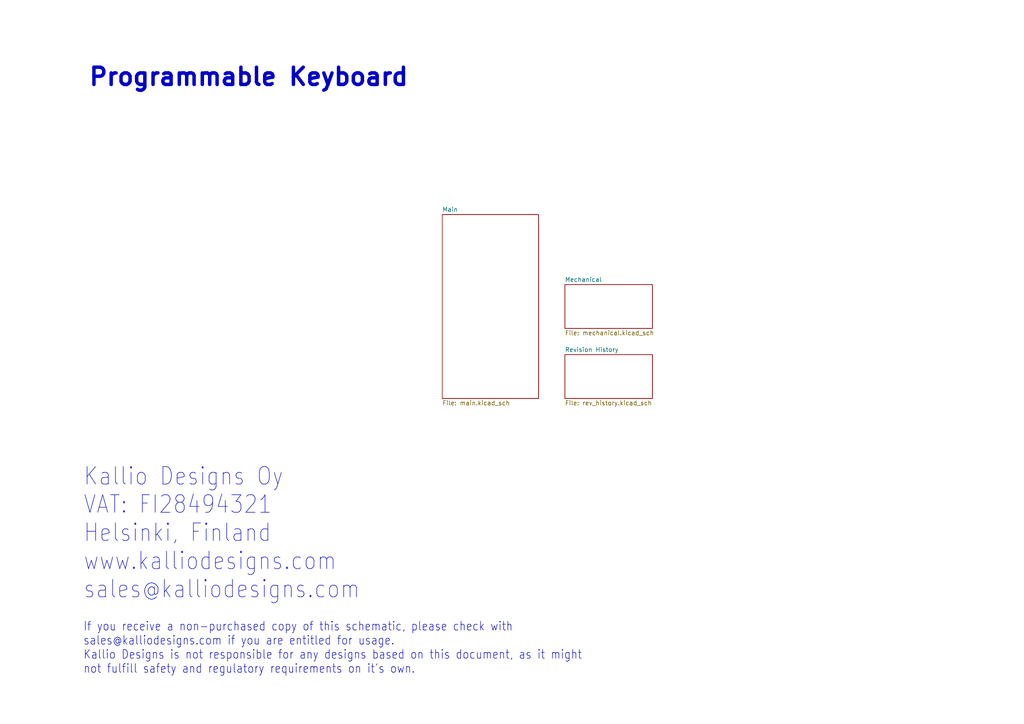
<source format=kicad_sch>
(kicad_sch (version 20230121) (generator eeschema)
  (paper "A4")
  (title_block (title "Programmable Keyboard") (date "2023-10-19") (rev "1.0") (company "Kallio Designs Oy") (comment 1 "TL, NH") (comment 2 "ASSEMBLY_PN") (comment 3 "PCB_PN"))
  (lib_symbols)
  (text "If you receive a non-purchased copy of this schematic, please check with\nsales@kalliodesigns.com if you are entitled for usage.\nKallio Designs is not responsible for any designs based on this document, as it might\nnot fulfill safety and regulatory requirements on it's own." (at 24.13 195.58 0) (effects (font (size 2.54 2.159)) (justify left bottom)))
  (text "${TITLE}" (at 25.4 25.4 0) (effects (font (size 5 5) (thickness 1) bold) (justify left bottom)))
  (text "Kallio Designs Oy\nVAT: FI28494321\nHelsinki, Finland\nwww.kalliodesigns.com\nsales@kalliodesigns.com" (at 24.13 173.99 0) (effects (font (size 5.08 4.318)) (justify left bottom)))
  (sheet (at 128.27 62.23) (size 27.94 53.34) (stroke (width 0.1524))
    (property "Sheetname" "Main" (at 128.27 61.5184 0) (effects (justify left bottom)))
    (property "Sheetfile" "main.kicad_sch" (at 128.27 116.1546 0) (effects (justify left top)))
  )
  (sheet (at 163.83 102.87) (size 25.4 12.7) (stroke (width 0.1524))
    (property "Sheetname" "Revision History" (at 163.83 102.1584 0) (effects (justify left bottom)))
    (property "Sheetfile" "rev_history.kicad_sch" (at 163.83 116.1546 0) (effects (justify left top)))
  )
  (sheet (at 163.83 82.55) (size 25.4 12.7) (stroke (width 0.1524))
    (property "Sheetname" "Mechanical" (at 163.83 81.8384 0) (effects (justify left bottom)))
    (property "Sheetfile" "mechanical.kicad_sch" (at 163.83 95.8346 0) (effects (justify left top)))
  )
)
</source>
